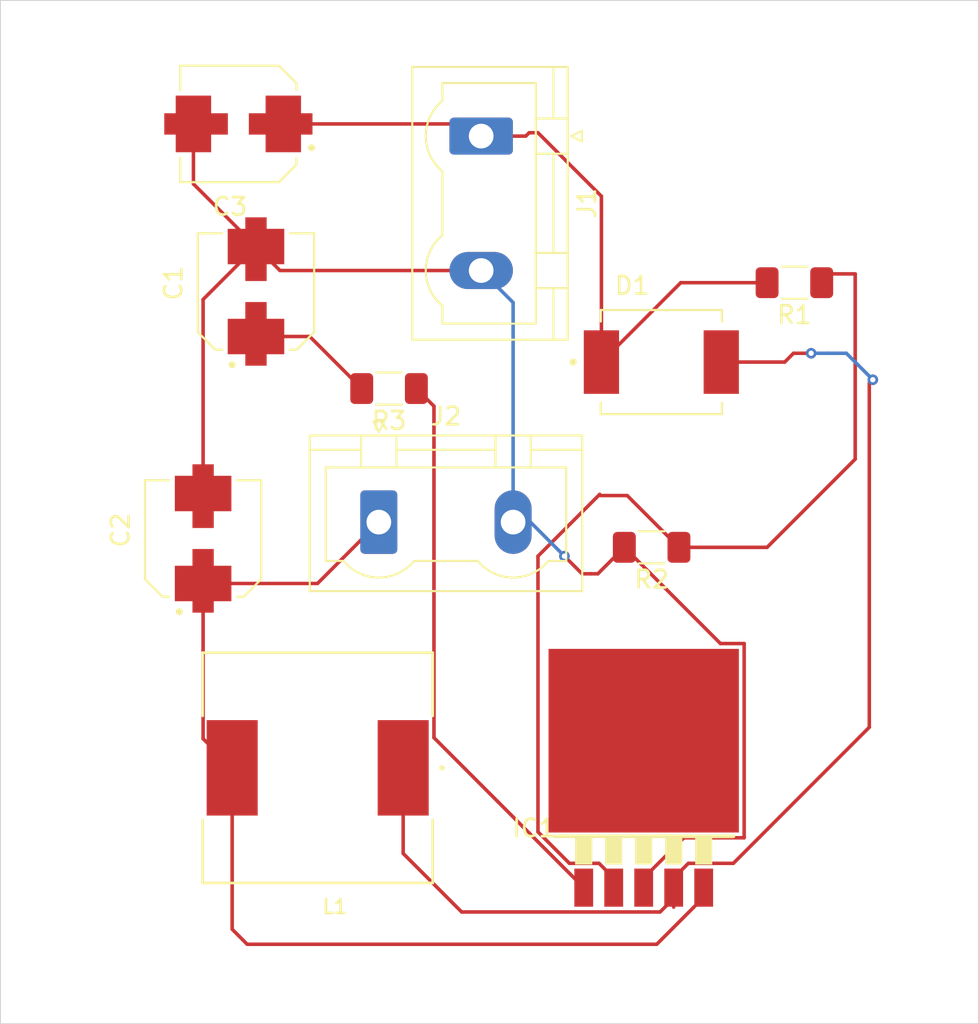
<source format=kicad_pcb>
(kicad_pcb (version 20240108) (generator "pcbnew") (generator_version "8.0")
  (layers (0 "F.Cu" signal) (31 "B.Cu" signal) (34 "B.Paste" user) (35 "F.Paste" user) (36 "B.SilkS" user "B.Silkscreen") (37 "F.SilkS" user "F.Silkscreen") (38 "B.Mask" user) (39 "F.Mask" user) (44 "Edge.Cuts" user))
  (net 0 "")
  (net 1 "Net-(C1-Pad1)")
  (net 2 "GND")
  (net 3 "+5V")
  (net 4 "+12V")
  (net 5 "Net-(IC1-VSW)")
  (net 6 "Net-(IC1-COMP)")
  (net 7 "Net-(IC1-FB)")
  (footprint "Library 1:CAP_EEEFK1C101V" (layer "F.Cu") (at 131.5 78.5 90)
    (property "Reference" "C1" (at 0.475 -4.685 90) (layer "F.SilkS"))
    (property "Value" "0.33uF")
    (fp_line (start 3.3 -3.3) (end -2.3 -3.3) (stroke (width 0.127)) (layer "F.SilkS"))
    (fp_line (start -2.3 -3.3) (end -3.3 -2.3) (stroke (width 0.127)) (layer "F.SilkS"))
    (fp_line (start -3.3 -2.3) (end -3.3 -1.92) (stroke (width 0.127)) (layer "F.SilkS"))
    (fp_line (start 3.3 -1.92) (end 3.3 -3.3) (stroke (width 0.127)) (layer "F.SilkS"))
    (fp_line (start -3.3 1.92) (end -3.3 2.3) (stroke (width 0.127)) (layer "F.SilkS"))
    (fp_line (start -3.3 2.3) (end -2.3 3.3) (stroke (width 0.127)) (layer "F.SilkS"))
    (fp_line (start 3.3 3.3) (end 3.3 1.92) (stroke (width 0.127)) (layer "F.SilkS"))
    (fp_line (start -2.3 3.3) (end 3.3 3.3) (stroke (width 0.127)) (layer "F.SilkS"))
    (fp_circle (center -4.15 -1.35) (end -4.05 -1.35) (stroke (width 0.2)) (fill none) (layer "F.SilkS"))
    (pad "1" smd custom (at -2.55 0 90) (size 1.8 1.8) (layers "F.Cu") (net 1 "Net-(C1-Pad1)") (options (clearance outline) (anchor rect)) (primitives (gr_poly (pts (xy -1 1.6) (xy -1 0.6) (xy -1.65 0.6) (xy -1.65 -0.6) (xy -1 -0.6) (xy -1 -1.6) (xy 1 -1.6) (xy 1 -0.6) (xy 1.95 -0.6) (xy 1.95 0.6) (xy 1 0.6) (xy 1 1.6)) (width 0.01) (fill yes))))
    (pad "2" smd custom (at 2.55 0 90) (size 1.8 1.8) (layers "F.Cu") (net 2 "GND") (options (clearance outline) (anchor rect)) (primitives (gr_poly (pts (xy 1 1.6) (xy 1 0.6) (xy 1.65 0.6) (xy 1.65 -0.6) (xy 1 -0.6) (xy 1 -1.6) (xy -1 -1.6) (xy -1 -0.6) (xy -1.95 -0.6) (xy -1.95 0.6) (xy -1 0.6) (xy -1 1.6)) (width 0.01) (fill yes))))
  )
  (footprint "Connector_Phoenix_GMSTB:PhoenixContact_GMSTBVA_2,5_2-G-7,62_1x02_P7.62mm_Vertical" (layer "F.Cu") (at 138.47 91.571)
    (property "Reference" "J2" (at 3.81 -6 0) (layer "F.SilkS"))
    (property "Value" "Conn_01x02_Socket")
    (fp_line (start -3.92 -4.91) (end -3.92 3.91) (stroke (width 0.12)) (layer "F.SilkS"))
    (fp_line (start -3.92 -4.1) (end -1.11 -4.1) (stroke (width 0.12)) (layer "F.SilkS"))
    (fp_line (start -3.92 3.91) (end 11.54 3.91) (stroke (width 0.12)) (layer "F.SilkS"))
    (fp_line (start -3.01 -3.1) (end 10.63 -3.1) (stroke (width 0.12)) (layer "F.SilkS"))
    (fp_line (start -3.01 2.2) (end -3.01 -3.1) (stroke (width 0.12)) (layer "F.SilkS"))
    (fp_line (start -2 2.2) (end -3.01 2.2) (stroke (width 0.12)) (layer "F.SilkS"))
    (fp_line (start -1 -4.91) (end 1 -4.91) (stroke (width 0.12)) (layer "F.SilkS"))
    (fp_line (start -1 -3.1) (end -1 -4.91) (stroke (width 0.12)) (layer "F.SilkS"))
    (fp_line (start -0.3 -5.71) (end 0.3 -5.71) (stroke (width 0.12)) (layer "F.SilkS"))
    (fp_line (start 0 -5.11) (end -0.3 -5.71) (stroke (width 0.12)) (layer "F.SilkS"))
    (fp_line (start 0.3 -5.71) (end 0 -5.11) (stroke (width 0.12)) (layer "F.SilkS"))
    (fp_line (start 1 -4.91) (end 1 -3.1) (stroke (width 0.12)) (layer "F.SilkS"))
    (fp_line (start 1 -4.1) (end 6.62 -4.1) (stroke (width 0.12)) (layer "F.SilkS"))
    (fp_line (start 1 -3.1) (end -1 -3.1) (stroke (width 0.12)) (layer "F.SilkS"))
    (fp_line (start 2 2.2) (end 5.62 2.2) (stroke (width 0.12)) (layer "F.SilkS"))
    (fp_line (start 6.62 -4.91) (end 8.62 -4.91) (stroke (width 0.12)) (layer "F.SilkS"))
    (fp_line (start 6.62 -3.1) (end 6.62 -4.91) (stroke (width 0.12)) (layer "F.SilkS"))
    (fp_line (start 8.62 -4.91) (end 8.62 -3.1) (stroke (width 0.12)) (layer "F.SilkS"))
    (fp_line (start 8.62 -3.1) (end 6.62 -3.1) (stroke (width 0.12)) (layer "F.SilkS"))
    (fp_line (start 10.63 -3.1) (end 10.63 2.2) (stroke (width 0.12)) (layer "F.SilkS"))
    (fp_line (start 10.63 2.2) (end 9.62 2.2) (stroke (width 0.12)) (layer "F.SilkS"))
    (fp_line (start 11.54 -4.91) (end -3.92 -4.91) (stroke (width 0.12)) (layer "F.SilkS"))
    (fp_line (start 11.54 -4.1) (end 8.73 -4.1) (stroke (width 0.12)) (layer "F.SilkS"))
    (fp_line (start 11.54 3.91) (end 11.54 -4.91) (stroke (width 0.12)) (layer "F.SilkS"))
    (fp_arc (start 1.986842 2.215821) (mid -0.010289 3.142758) (end -2 2.2) (stroke (width 0.12)) (layer "F.SilkS"))
    (fp_arc (start 9.606842 2.215821) (mid 7.609711 3.142758) (end 5.62 2.2) (stroke (width 0.12)) (layer "F.SilkS"))
    (pad "1" thru_hole roundrect (at 0 0) (size 2.1 3.6) (drill 1.4) (layers "*.Cu" "*.Mask") (roundrect_rratio 0.119048) (net 3 "+5V"))
    (pad "2" thru_hole oval (at 7.62 0) (size 2.1 3.6) (drill 1.4) (layers "*.Cu" "*.Mask") (net 2 "GND"))
  )
  (footprint "Library 1:IND_BOURNS_SRR1260" (layer "F.Cu") (at 135 105.5 180)
    (property "Reference" "L1" (at -0.9766 -7.865 0) (layer "F.SilkS") (effects (font (size 0.787402 0.787402))))
    (property "Value" "100uH")
    (fp_line (start 6.5278 6.5278) (end 6.5278 2.9464) (stroke (width 0.1524)) (layer "F.SilkS"))
    (fp_line (start 6.5278 -2.9464) (end 6.5278 -6.5278) (stroke (width 0.1524)) (layer "F.SilkS"))
    (fp_line (start 6.5278 -6.5278) (end -6.5278 -6.5278) (stroke (width 0.1524)) (layer "F.SilkS"))
    (fp_line (start -6.5278 6.5278) (end 6.5278 6.5278) (stroke (width 0.1524)) (layer "F.SilkS"))
    (fp_line (start -6.5278 2.9464) (end -6.5278 6.5278) (stroke (width 0.1524)) (layer "F.SilkS"))
    (fp_line (start -6.5278 -6.5278) (end -6.5278 -2.9464) (stroke (width 0.1524)) (layer "F.SilkS"))
    (fp_arc (start -6.985 0) (mid -7.0612 0.0762) (end -7.1374 0) (stroke (width 0.1524)) (layer "F.SilkS"))
    (fp_arc (start -7.1374 0) (mid -7.0612 -0.0762) (end -6.985 0) (stroke (width 0.1524)) (layer "F.SilkS"))
    (pad "1" smd rect (at -4.8514 0 180) (size 2.8956 5.4102) (layers "F.Cu" "F.Paste" "F.Mask") (net 5 "Net-(IC1-VSW)"))
    (pad "2" smd rect (at 4.8514 0 180) (size 2.8956 5.4102) (layers "F.Cu" "F.Paste" "F.Mask") (net 3 "+5V"))
  )
  (footprint "Library 1:CAP_EEEFK1C101V" (layer "F.Cu") (at 130.5 69 180)
    (property "Reference" "C3" (at 0.475 -4.685 0) (layer "F.SilkS"))
    (property "Value" "680uF")
    (fp_line (start 3.3 3.3) (end 3.3 1.92) (stroke (width 0.127)) (layer "F.SilkS"))
    (fp_line (start 3.3 -1.92) (end 3.3 -3.3) (stroke (width 0.127)) (layer "F.SilkS"))
    (fp_line (start 3.3 -3.3) (end -2.3 -3.3) (stroke (width 0.127)) (layer "F.SilkS"))
    (fp_line (start -2.3 3.3) (end 3.3 3.3) (stroke (width 0.127)) (layer "F.SilkS"))
    (fp_line (start -2.3 -3.3) (end -3.3 -2.3) (stroke (width 0.127)) (layer "F.SilkS"))
    (fp_line (start -3.3 2.3) (end -2.3 3.3) (stroke (width 0.127)) (layer "F.SilkS"))
    (fp_line (start -3.3 1.92) (end -3.3 2.3) (stroke (width 0.127)) (layer "F.SilkS"))
    (fp_line (start -3.3 -2.3) (end -3.3 -1.92) (stroke (width 0.127)) (layer "F.SilkS"))
    (fp_circle (center -4.15 -1.35) (end -4.05 -1.35) (stroke (width 0.2)) (fill none) (layer "F.SilkS"))
    (pad "1" smd custom (at -2.55 0 180) (size 1.8 1.8) (layers "F.Cu") (net 4 "+12V") (options (clearance outline) (anchor rect)) (primitives (gr_poly (pts (xy -1 1.6) (xy -1 0.6) (xy -1.65 0.6) (xy -1.65 -0.6) (xy -1 -0.6) (xy -1 -1.6) (xy 1 -1.6) (xy 1 -0.6) (xy 1.95 -0.6) (xy 1.95 0.6) (xy 1 0.6) (xy 1 1.6)) (width 0.01) (fill yes))))
    (pad "2" smd custom (at 2.55 0 180) (size 1.8 1.8) (layers "F.Cu") (net 2 "GND") (options (clearance outline) (anchor rect)) (primitives (gr_poly (pts (xy 1 1.6) (xy 1 0.6) (xy 1.65 0.6) (xy 1.65 -0.6) (xy 1 -0.6) (xy 1 -1.6) (xy -1 -1.6) (xy -1 -0.6) (xy -1.95 -0.6) (xy -1.95 0.6) (xy -1 0.6) (xy -1 1.6)) (width 0.01) (fill yes))))
  )
  (footprint "Resistor_SMD:R_1206_3216Metric_Pad1.30x1.75mm_HandSolder" (layer "F.Cu") (at 153.95 93 180)
    (property "Reference" "R2" (at 0 -1.82 0) (layer "F.SilkS"))
    (property "Value" "2k")
    (fp_line (start -0.727064 0.91) (end 0.727064 0.91) (stroke (width 0.12)) (layer "F.SilkS"))
    (fp_line (start -0.727064 -0.91) (end 0.727064 -0.91) (stroke (width 0.12)) (layer "F.SilkS"))
    (pad "1" smd roundrect (at -1.55 0 180) (size 1.3 1.75) (layers "F.Cu" "F.Paste" "F.Mask") (roundrect_rratio 0.192308) (net 7 "Net-(IC1-FB)"))
    (pad "2" smd roundrect (at 1.55 0 180) (size 1.3 1.75) (layers "F.Cu" "F.Paste" "F.Mask") (roundrect_rratio 0.192308) (net 2 "GND"))
  )
  (footprint "Library 1:TO263-5" (layer "F.Cu") (at 153.5 106.5)
    (property "Reference" "IC1" (at -6.230885 2.416055 0) (layer "F.SilkS") (effects (font (size 1.001268 1.001268))))
    (property "Value" "LM2577")
    (fp_line (start 5.094 2.88) (end -5.094 2.88) (stroke (width 0.2032)) (layer "F.SilkS"))
    (fp_poly (pts (xy -3.89202 2.794) (xy -2.921 2.794) (xy -2.921 4.4771) (xy -3.89202 4.4771)) (stroke (width 0.01)) (fill solid) (layer "F.SilkS"))
    (fp_poly (pts (xy -2.18871 2.794) (xy -1.2192 2.794) (xy -1.2192 4.47923) (xy -2.18871 4.47923)) (stroke (width 0.01)) (fill solid) (layer "F.SilkS"))
    (fp_poly (pts (xy -0.482663 2.794) (xy 0.4826 2.794) (xy 0.4826 4.47098) (xy -0.482663 4.47098)) (stroke (width 0.01)) (fill solid) (layer "F.SilkS"))
    (fp_poly (pts (xy 1.21963 2.794) (xy 2.1844 2.794) (xy 2.1844 4.47197) (xy 1.21963 4.47197)) (stroke (width 0.01)) (fill solid) (layer "F.SilkS"))
    (fp_poly (pts (xy 2.92499 2.794) (xy 3.8862 2.794) (xy 3.8862 4.4765) (xy 2.92499 4.4765)) (stroke (width 0.01)) (fill solid) (layer "F.SilkS"))
    (pad "1" smd rect (at -3.4036 5.7912) (size 1.0668 2.159) (layers "F.Cu" "F.Paste" "F.Mask") (net 6 "Net-(IC1-COMP)"))
    (pad "2" smd rect (at -1.7018 5.7912) (size 1.0668 2.159) (layers "F.Cu" "F.Paste" "F.Mask") (net 7 "Net-(IC1-FB)"))
    (pad "3" smd rect (at 0 5.7912) (size 1.0668 2.159) (layers "F.Cu" "F.Paste" "F.Mask") (net 2 "GND"))
    (pad "4" smd rect (at 1.7018 5.7912) (size 1.0668 2.159) (layers "F.Cu" "F.Paste" "F.Mask") (net 5 "Net-(IC1-VSW)"))
    (pad "5" smd rect (at 3.4036 5.7912) (size 1.0668 2.159) (layers "F.Cu" "F.Paste" "F.Mask") (net 3 "+5V"))
    (pad "6" smd rect (at 0 -2.54) (size 10.8 10.41) (layers "F.Cu" "F.Paste" "F.Mask"))
  )
  (footprint "Connector_Phoenix_GMSTB:PhoenixContact_GMSTBVA_2,5_2-G-7,62_1x02_P7.62mm_Vertical" (layer "F.Cu") (at 144.2775 69.69 -90)
    (property "Reference" "J1" (at 3.81 -6 90) (layer "F.SilkS"))
    (property "Value" "Conn_01x02_Socket")
    (fp_line (start -3.92 3.91) (end 11.54 3.91) (stroke (width 0.12)) (layer "F.SilkS"))
    (fp_line (start 11.54 3.91) (end 11.54 -4.91) (stroke (width 0.12)) (layer "F.SilkS"))
    (fp_line (start -3.01 2.2) (end -3.01 -3.1) (stroke (width 0.12)) (layer "F.SilkS"))
    (fp_line (start -2 2.2) (end -3.01 2.2) (stroke (width 0.12)) (layer "F.SilkS"))
    (fp_line (start 2 2.2) (end 5.62 2.2) (stroke (width 0.12)) (layer "F.SilkS"))
    (fp_line (start 10.63 2.2) (end 9.62 2.2) (stroke (width 0.12)) (layer "F.SilkS"))
    (fp_line (start -3.01 -3.1) (end 10.63 -3.1) (stroke (width 0.12)) (layer "F.SilkS"))
    (fp_line (start -1 -3.1) (end -1 -4.91) (stroke (width 0.12)) (layer "F.SilkS"))
    (fp_line (start 1 -3.1) (end -1 -3.1) (stroke (width 0.12)) (layer "F.SilkS"))
    (fp_line (start 6.62 -3.1) (end 6.62 -4.91) (stroke (width 0.12)) (layer "F.SilkS"))
    (fp_line (start 8.62 -3.1) (end 6.62 -3.1) (stroke (width 0.12)) (layer "F.SilkS"))
    (fp_line (start 10.63 -3.1) (end 10.63 2.2) (stroke (width 0.12)) (layer "F.SilkS"))
    (fp_line (start -3.92 -4.1) (end -1.11 -4.1) (stroke (width 0.12)) (layer "F.SilkS"))
    (fp_line (start 1 -4.1) (end 6.62 -4.1) (stroke (width 0.12)) (layer "F.SilkS"))
    (fp_line (start 11.54 -4.1) (end 8.73 -4.1) (stroke (width 0.12)) (layer "F.SilkS"))
    (fp_line (start -3.92 -4.91) (end -3.92 3.91) (stroke (width 0.12)) (layer "F.SilkS"))
    (fp_line (start -1 -4.91) (end 1 -4.91) (stroke (width 0.12)) (layer "F.SilkS"))
    (fp_line (start 1 -4.91) (end 1 -3.1) (stroke (width 0.12)) (layer "F.SilkS"))
    (fp_line (start 6.62 -4.91) (end 8.62 -4.91) (stroke (width 0.12)) (layer "F.SilkS"))
    (fp_line (start 8.62 -4.91) (end 8.62 -3.1) (stroke (width 0.12)) (layer "F.SilkS"))
    (fp_line (start 11.54 -4.91) (end -3.92 -4.91) (stroke (width 0.12)) (layer "F.SilkS"))
    (fp_line (start 0 -5.11) (end -0.3 -5.71) (stroke (width 0.12)) (layer "F.SilkS"))
    (fp_line (start -0.3 -5.71) (end 0.3 -5.71) (stroke (width 0.12)) (layer "F.SilkS"))
    (fp_line (start 0.3 -5.71) (end 0 -5.11) (stroke (width 0.12)) (layer "F.SilkS"))
    (fp_arc (start 1.986842 2.215821) (mid -0.010289 3.142758) (end -2 2.2) (stroke (width 0.12)) (layer "F.SilkS"))
    (fp_arc (start 9.606842 2.215821) (mid 7.609711 3.142758) (end 5.62 2.2) (stroke (width 0.12)) (layer "F.SilkS"))
    (pad "1" thru_hole roundrect (at 0 0 270) (size 2.1 3.6) (drill 1.4) (layers "*.Cu" "*.Mask") (roundrect_rratio 0.119048) (net 4 "+12V"))
    (pad "2" thru_hole oval (at 7.62 0 270) (size 2.1 3.6) (drill 1.4) (layers "*.Cu" "*.Mask") (net 2 "GND"))
  )
  (footprint "Resistor_SMD:R_1206_3216Metric_Pad1.30x1.75mm_HandSolder" (layer "F.Cu") (at 162.05 78 180)
    (property "Reference" "R1" (at 0 -1.82 0) (layer "F.SilkS"))
    (property "Value" "17.4k")
    (fp_line (start -0.727064 0.91) (end 0.727064 0.91) (stroke (width 0.12)) (layer "F.SilkS"))
    (fp_line (start -0.727064 -0.91) (end 0.727064 -0.91) (stroke (width 0.12)) (layer "F.SilkS"))
    (pad "1" smd roundrect (at -1.55 0 180) (size 1.3 1.75) (layers "F.Cu" "F.Paste" "F.Mask") (roundrect_rratio 0.192308) (net 7 "Net-(IC1-FB)"))
    (pad "2" smd roundrect (at 1.55 0 180) (size 1.3 1.75) (layers "F.Cu" "F.Paste" "F.Mask") (roundrect_rratio 0.192308) (net 4 "+12V"))
  )
  (footprint "Resistor_SMD:R_1206_3216Metric_Pad1.30x1.75mm_HandSolder" (layer "F.Cu") (at 139.05 84 180)
    (property "Reference" "R3" (at 0 -1.82 0) (layer "F.SilkS"))
    (property "Value" "2.2k")
    (fp_line (start -0.727064 0.91) (end 0.727064 0.91) (stroke (width 0.12)) (layer "F.SilkS"))
    (fp_line (start -0.727064 -0.91) (end 0.727064 -0.91) (stroke (width 0.12)) (layer "F.SilkS"))
    (pad "1" smd roundrect (at -1.55 0 180) (size 1.3 1.75) (layers "F.Cu" "F.Paste" "F.Mask") (roundrect_rratio 0.192308) (net 6 "Net-(IC1-COMP)"))
    (pad "2" smd roundrect (at 1.55 0 180) (size 1.3 1.75) (layers "F.Cu" "F.Paste" "F.Mask") (roundrect_rratio 0.192308) (net 1 "Net-(C1-Pad1)"))
  )
  (footprint "Library 1:CAP_EEEFK1C101V" (layer "F.Cu") (at 128.5 92.5 90)
    (property "Reference" "C2" (at 0.475 -4.685 90) (layer "F.SilkS"))
    (property "Value" "0.1uF")
    (fp_line (start 3.3 -3.3) (end -2.3 -3.3) (stroke (width 0.127)) (layer "F.SilkS"))
    (fp_line (start -2.3 -3.3) (end -3.3 -2.3) (stroke (width 0.127)) (layer "F.SilkS"))
    (fp_line (start -3.3 -2.3) (end -3.3 -1.92) (stroke (width 0.127)) (layer "F.SilkS"))
    (fp_line (start 3.3 -1.92) (end 3.3 -3.3) (stroke (width 0.127)) (layer "F.SilkS"))
    (fp_line (start -3.3 1.92) (end -3.3 2.3) (stroke (width 0.127)) (layer "F.SilkS"))
    (fp_line (start -3.3 2.3) (end -2.3 3.3) (stroke (width 0.127)) (layer "F.SilkS"))
    (fp_line (start 3.3 3.3) (end 3.3 1.92) (stroke (width 0.127)) (layer "F.SilkS"))
    (fp_line (start -2.3 3.3) (end 3.3 3.3) (stroke (width 0.127)) (layer "F.SilkS"))
    (fp_circle (center -4.15 -1.35) (end -4.05 -1.35) (stroke (width 0.2)) (fill none) (layer "F.SilkS"))
    (pad "1" smd custom (at -2.55 0 90) (size 1.8 1.8) (layers "F.Cu") (net 3 "+5V") (options (clearance outline) (anchor rect)) (primitives (gr_poly (pts (xy -1 1.6) (xy -1 0.6) (xy -1.65 0.6) (xy -1.65 -0.6) (xy -1 -0.6) (xy -1 -1.6) (xy 1 -1.6) (xy 1 -0.6) (xy 1.95 -0.6) (xy 1.95 0.6) (xy 1 0.6) (xy 1 1.6)) (width 0.01) (fill yes))))
    (pad "2" smd custom (at 2.55 0 90) (size 1.8 1.8) (layers "F.Cu") (net 2 "GND") (options (clearance outline) (anchor rect)) (primitives (gr_poly (pts (xy 1 1.6) (xy 1 0.6) (xy 1.65 0.6) (xy 1.65 -0.6) (xy 1 -0.6) (xy 1 -1.6) (xy -1 -1.6) (xy -1 -0.6) (xy -1.95 -0.6) (xy -1.95 0.6) (xy -1 0.6) (xy -1 1.6)) (width 0.01) (fill yes))))
  )
  (footprint "Library 2:DIO_SS34" (layer "F.Cu") (at 154.5 82.5)
    (property "Reference" "D1" (at -1.65 -4.3375 0) (layer "F.SilkS"))
    (property "Value" "SS34")
    (fp_line (start -3.4375 -2.95) (end -3.4375 -2.3) (stroke (width 0.127)) (layer "F.SilkS"))
    (fp_line (start -3.4375 2.95) (end -3.4375 2.3) (stroke (width 0.127)) (layer "F.SilkS"))
    (fp_line (start -3.4375 2.95) (end 3.4375 2.95) (stroke (width 0.127)) (layer "F.SilkS"))
    (fp_line (start 3.4375 -2.95) (end -3.4375 -2.95) (stroke (width 0.127)) (layer "F.SilkS"))
    (fp_line (start 3.4375 -2.3) (end 3.4375 -2.95) (stroke (width 0.127)) (layer "F.SilkS"))
    (fp_line (start 3.4375 2.95) (end 3.4375 2.3) (stroke (width 0.127)) (layer "F.SilkS"))
    (fp_circle (center -5 0) (end -4.9 0) (stroke (width 0.2)) (fill none) (layer "F.SilkS"))
    (pad "A" smd rect (at 3.4 0) (size 2 3.6) (layers "F.Cu" "F.Paste" "F.Mask") (net 5 "Net-(IC1-VSW)"))
    (pad "C" smd rect (at -3.4 0) (size 2 3.6) (layers "F.Cu" "F.Paste" "F.Mask") (net 4 "+12V"))
  )
  (gr_rect (start 117 62) (end 172.5 120) (stroke (width 0.05)) (fill none) (layer "Edge.Cuts"))
  (segment (start 131.5 81.05) (end 134.55 81.05) (width 0.2) (layer "F.Cu") (net 1))
  (segment (start 134.55 81.05) (end 137.5 84) (width 0.2) (layer "F.Cu") (net 1))
  (segment (start 153.5 112.2912) (end 153.5 111.7451) (width 0.2) (layer "F.Cu") (net 2))
  (segment (start 131.5 75.95) (end 128.5 78.95) (width 0.2) (layer "F.Cu") (net 2))
  (segment (start 150.5 94.5) (end 150 94.5) (width 0.2) (layer "F.Cu") (net 2))
  (segment (start 127.95 69) (end 127.95 72.4) (width 0.2) (layer "F.Cu") (net 2))
  (segment (start 150.9 94.5) (end 150.5 94.5) (width 0.2) (layer "F.Cu") (net 2))
  (segment (start 157.855 98.455) (end 152.4 93) (width 0.2) (layer "F.Cu") (net 2))
  (segment (start 152.4 93) (end 150.9 94.5) (width 0.2) (layer "F.Cu") (net 2))
  (segment (start 128.5 78.95) (end 128.5 89.95) (width 0.2) (layer "F.Cu") (net 2))
  (segment (start 150 94.5) (end 149 93.5) (width 0.2) (layer "F.Cu") (net 2))
  (segment (start 127.95 72.4) (end 131.5 75.95) (width 0.2) (layer "F.Cu") (net 2))
  (segment (start 144.2775 77.31) (end 132.86 77.31) (width 0.2) (layer "F.Cu") (net 2))
  (segment (start 159.2 98.455) (end 157.855 98.455) (width 0.2) (layer "F.Cu") (net 2))
  (segment (start 155.7801 109.465) (end 159.2 109.465) (width 0.2) (layer "F.Cu") (net 2))
  (segment (start 132.86 77.31) (end 131.5 75.95) (width 0.2) (layer "F.Cu") (net 2))
  (segment (start 159.2 109.465) (end 159.2 98.455) (width 0.2) (layer "F.Cu") (net 2))
  (segment (start 153.5 111.7451) (end 155.7801 109.465) (width 0.2) (layer "F.Cu") (net 2))
  (via (at 149 93.5) (size 0.6) (drill 0.3) (layers "F.Cu" "B.Cu") (net 2))
  (segment (start 146.09 79.1225) (end 144.2775 77.31) (width 0.2) (layer "B.Cu") (net 2))
  (segment (start 147.071 91.571) (end 146.09 91.571) (width 0.2) (layer "B.Cu") (net 2))
  (segment (start 146.09 91.571) (end 146.09 79.1225) (width 0.2) (layer "B.Cu") (net 2))
  (segment (start 149 93.5) (end 147.071 91.571) (width 0.2) (layer "B.Cu") (net 2))
  (segment (start 130.1486 114.6486) (end 130.1486 105.5) (width 0.2) (layer "F.Cu") (net 3))
  (segment (start 138.47 91.571) (end 134.991 95.05) (width 0.2) (layer "F.Cu") (net 3))
  (segment (start 128.5 103.8514) (end 130.1486 105.5) (width 0.2) (layer "F.Cu") (net 3))
  (segment (start 156.9036 112.2912) (end 156.9036 112.8373) (width 0.2) (layer "F.Cu") (net 3))
  (segment (start 154.2409 115.5) (end 131 115.5) (width 0.2) (layer "F.Cu") (net 3))
  (segment (start 134.991 95.05) (end 128.5 95.05) (width 0.2) (layer "F.Cu") (net 3))
  (segment (start 131 115.5) (end 130.1486 114.6486) (width 0.2) (layer "F.Cu") (net 3))
  (segment (start 128.5 95.05) (end 128.5 103.8514) (width 0.2) (layer "F.Cu") (net 3))
  (segment (start 156.9036 112.8373) (end 154.2409 115.5) (width 0.2) (layer "F.Cu") (net 3))
  (segment (start 147.5 69.5) (end 147 69.5) (width 0.2) (layer "F.Cu") (net 4))
  (segment (start 155.6 78) (end 151.1 82.5) (width 0.2) (layer "F.Cu") (net 4))
  (segment (start 133.05 69) (end 143.5875 69) (width 0.2) (layer "F.Cu") (net 4))
  (segment (start 151.1 82.5) (end 151.1 73.1) (width 0.2) (layer "F.Cu") (net 4))
  (segment (start 151.1 73.1) (end 147.5 69.5) (width 0.2) (layer "F.Cu") (net 4))
  (segment (start 143.5875 69) (end 144.2775 69.69) (width 0.2) (layer "F.Cu") (net 4))
  (segment (start 147 69.5) (end 146.81 69.69) (width 0.2) (layer "F.Cu") (net 4))
  (segment (start 146.81 69.69) (end 144.2775 69.69) (width 0.2) (layer "F.Cu") (net 4))
  (segment (start 160.5 78) (end 155.6 78) (width 0.2) (layer "F.Cu") (net 4))
  (segment (start 155.2018 112.8982) (end 154.4293 113.6707) (width 0.2) (layer "F.Cu") (net 5))
  (segment (start 166.3 83.7) (end 166.5 83.5) (width 0.2) (layer "F.Cu") (net 5))
  (segment (start 163 82) (end 162 82) (width 0.2) (layer "F.Cu") (net 5))
  (segment (start 143.1707 113.6707) (end 139.8514 110.3514) (width 0.2) (layer "F.Cu") (net 5))
  (segment (start 154.4293 113.6707) (end 143.1707 113.6707) (width 0.2) (layer "F.Cu") (net 5))
  (segment (start 166.3 103.2) (end 158.5883 110.9117) (width 0.2) (layer "F.Cu") (net 5))
  (segment (start 162 82) (end 161.5 82.5) (width 0.2) (layer "F.Cu") (net 5))
  (segment (start 166.3 103.2) (end 166.3 83.7) (width 0.2) (layer "F.Cu") (net 5))
  (segment (start 155.2018 112.2912) (end 155.2018 112.8982) (width 0.2) (layer "F.Cu") (net 5))
  (segment (start 156.0352 110.9117) (end 155.2018 111.7451) (width 0.2) (layer "F.Cu") (net 5))
  (segment (start 155.2018 112.2912) (end 155.2018 113.3982) (width 0.2) (layer "F.Cu") (net 5))
  (segment (start 139.8514 110.3514) (end 139.8514 105.5) (width 0.2) (layer "F.Cu") (net 5))
  (segment (start 161.5 82.5) (end 157.9 82.5) (width 0.2) (layer "F.Cu") (net 5))
  (segment (start 158.5883 110.9117) (end 156.0352 110.9117) (width 0.2) (layer "F.Cu") (net 5))
  (segment (start 155.2018 111.7451) (end 155.2018 112.2912) (width 0.2) (layer "F.Cu") (net 5))
  (via (at 166.5 83.5) (size 0.6) (drill 0.3) (layers "F.Cu" "B.Cu") (net 5))
  (via (at 163 82) (size 0.6) (drill 0.3) (layers "F.Cu" "B.Cu") (net 5))
  (segment (start 165 82) (end 164 82) (width 0.2) (layer "B.Cu") (net 5))
  (segment (start 166.5 83.5) (end 165 82) (width 0.2) (layer "B.Cu") (net 5))
  (segment (start 164 82) (end 163 82) (width 0.2) (layer "B.Cu") (net 5))
  (segment (start 141.5992 103.794) (end 141.5992 84.9992) (width 0.2) (layer "F.Cu") (net 6))
  (segment (start 141.5992 84.9992) (end 140.6 84) (width 0.2) (layer "F.Cu") (net 6))
  (segment (start 150.0964 112.2912) (end 141.5992 103.794) (width 0.2) (layer "F.Cu") (net 6))
  (segment (start 155.5 93) (end 152.565686 90.065686) (width 0.2) (layer "F.Cu") (net 7))
  (segment (start 147.5 93.5) (end 147.5 109.129114) (width 0.2) (layer "F.Cu") (net 7))
  (segment (start 151.065686 90.065686) (end 151 90) (width 0.2) (layer "F.Cu") (net 7))
  (segment (start 151 90) (end 147.5 93.5) (width 0.2) (layer "F.Cu") (net 7))
  (segment (start 165.5 88) (end 165.5 77.5) (width 0.2) (layer "F.Cu") (net 7))
  (segment (start 152.565686 90.065686) (end 151.065686 90.065686) (width 0.2) (layer "F.Cu") (net 7))
  (segment (start 147.5 109.129114) (end 149.282586 110.9117) (width 0.2) (layer "F.Cu") (net 7))
  (segment (start 155.5 93) (end 160.5 93) (width 0.2) (layer "F.Cu") (net 7))
  (segment (start 160.5 93) (end 165.5 88) (width 0.2) (layer "F.Cu") (net 7))
  (segment (start 164.1 77.5) (end 163.6 78) (width 0.2) (layer "F.Cu") (net 7))
  (segment (start 151.7982 111.7451) (end 151.7982 112.2912) (width 0.2) (layer "F.Cu") (net 7))
  (segment (start 149.282586 110.9117) (end 150.9648 110.9117) (width 0.2) (layer "F.Cu") (net 7))
  (segment (start 165.5 77.5) (end 164.1 77.5) (width 0.2) (layer "F.Cu") (net 7))
  (segment (start 150.9648 110.9117) (end 151.7982 111.7451) (width 0.2) (layer "F.Cu") (net 7))
)
</source>
